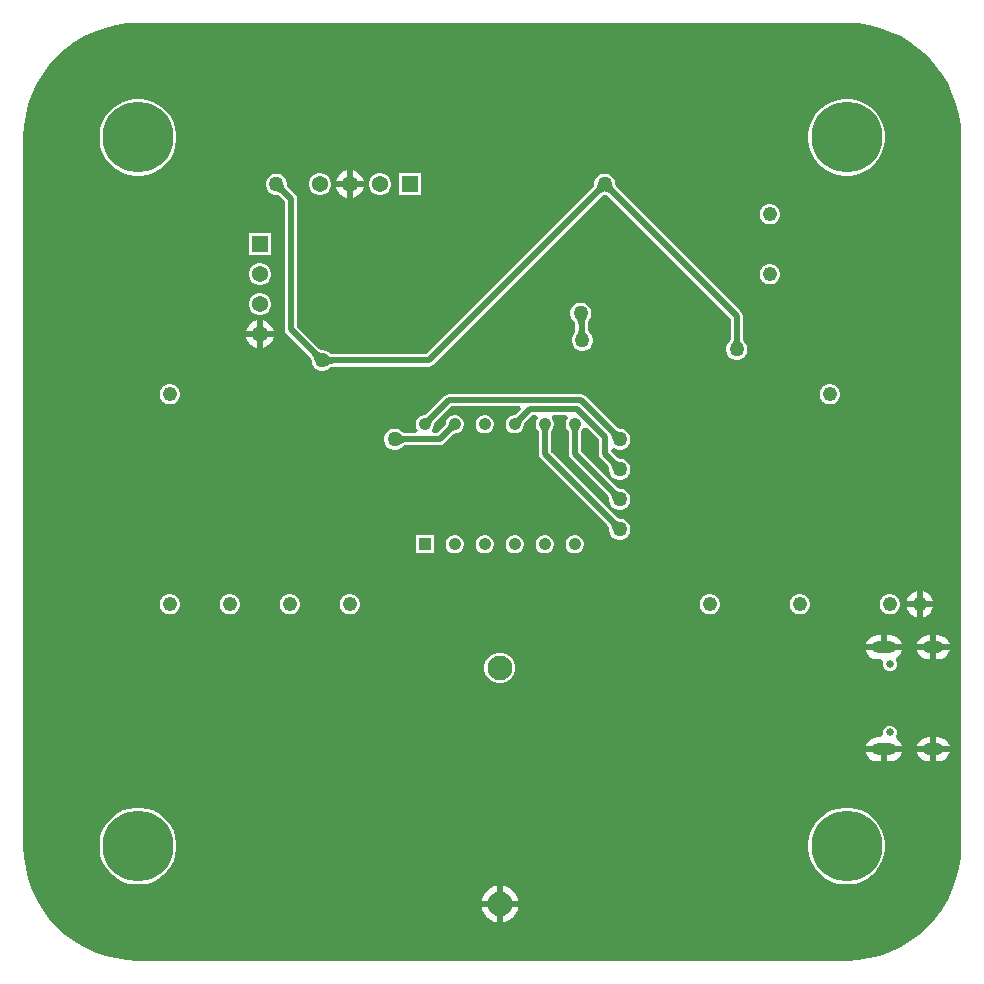
<source format=gbl>
G04*
G04 #@! TF.GenerationSoftware,Altium Limited,Altium Designer,25.3.3 (18)*
G04*
G04 Layer_Physical_Order=2*
G04 Layer_Color=16711680*
%FSLAX43Y43*%
%MOMM*%
G71*
G04*
G04 #@! TF.SameCoordinates,4CD547AF-F49B-4B8C-B07E-8A93D35C11E7*
G04*
G04*
G04 #@! TF.FilePolarity,Positive*
G04*
G01*
G75*
%ADD76C,0.508*%
%ADD82R,1.050X1.050*%
%ADD83C,1.050*%
%ADD84C,1.240*%
%ADD85C,0.650*%
%ADD86O,2.100X1.000*%
%ADD87O,1.800X1.000*%
%ADD88R,1.370X1.370*%
%ADD89C,1.370*%
%ADD90R,1.370X1.370*%
%ADD91C,2.100*%
%ADD92C,6.000*%
%ADD93C,1.270*%
G36*
X70950Y79648D02*
X71891Y79509D01*
X72814Y79278D01*
X73710Y78957D01*
X74570Y78550D01*
X75386Y78061D01*
X76150Y77494D01*
X76855Y76855D01*
X77494Y76150D01*
X78061Y75386D01*
X78550Y74570D01*
X78957Y73710D01*
X79278Y72814D01*
X79509Y71891D01*
X79648Y70950D01*
X79694Y70020D01*
X79690Y70000D01*
Y10000D01*
X79694Y9980D01*
X79648Y9050D01*
X79509Y8109D01*
X79278Y7186D01*
X78957Y6290D01*
X78550Y5430D01*
X78061Y4614D01*
X77494Y3850D01*
X76855Y3145D01*
X76150Y2506D01*
X75386Y1939D01*
X74570Y1450D01*
X73710Y1043D01*
X72814Y722D01*
X71891Y491D01*
X70950Y352D01*
X70020Y306D01*
X70000Y310D01*
X10000D01*
X9980Y306D01*
X9050Y352D01*
X8109Y491D01*
X7186Y722D01*
X6290Y1043D01*
X5430Y1450D01*
X4614Y1939D01*
X3850Y2506D01*
X3145Y3145D01*
X2506Y3850D01*
X1939Y4614D01*
X1450Y5430D01*
X1043Y6290D01*
X722Y7186D01*
X491Y8109D01*
X352Y9050D01*
X306Y9980D01*
X310Y10000D01*
Y70000D01*
X306Y70020D01*
X352Y70950D01*
X491Y71891D01*
X722Y72814D01*
X1043Y73710D01*
X1450Y74570D01*
X1939Y75386D01*
X2506Y76150D01*
X3145Y76855D01*
X3850Y77494D01*
X4614Y78061D01*
X5430Y78550D01*
X6290Y78957D01*
X7186Y79278D01*
X8109Y79509D01*
X9050Y79648D01*
X9980Y79694D01*
X10000Y79690D01*
X70000D01*
X70020Y79694D01*
X70950Y79648D01*
D02*
G37*
%LPC*%
G36*
X70256Y73254D02*
X69744D01*
X69238Y73174D01*
X68751Y73016D01*
X68295Y72783D01*
X67880Y72482D01*
X67518Y72120D01*
X67217Y71705D01*
X66984Y71249D01*
X66826Y70762D01*
X66746Y70256D01*
Y69744D01*
X66826Y69238D01*
X66984Y68751D01*
X67217Y68295D01*
X67518Y67880D01*
X67880Y67518D01*
X68295Y67217D01*
X68751Y66984D01*
X69238Y66826D01*
X69744Y66746D01*
X70256D01*
X70762Y66826D01*
X71249Y66984D01*
X71705Y67217D01*
X72120Y67518D01*
X72482Y67880D01*
X72783Y68295D01*
X73016Y68751D01*
X73174Y69238D01*
X73254Y69744D01*
Y70256D01*
X73174Y70762D01*
X73016Y71249D01*
X72783Y71705D01*
X72482Y72120D01*
X72120Y72482D01*
X71705Y72783D01*
X71249Y73016D01*
X70762Y73174D01*
X70256Y73254D01*
D02*
G37*
G36*
X10256D02*
X9744D01*
X9238Y73174D01*
X8751Y73016D01*
X8295Y72783D01*
X7880Y72482D01*
X7518Y72120D01*
X7217Y71705D01*
X6984Y71249D01*
X6826Y70762D01*
X6746Y70256D01*
Y69744D01*
X6826Y69238D01*
X6984Y68751D01*
X7217Y68295D01*
X7518Y67880D01*
X7880Y67518D01*
X8295Y67217D01*
X8751Y66984D01*
X9238Y66826D01*
X9744Y66746D01*
X10256D01*
X10762Y66826D01*
X11249Y66984D01*
X11705Y67217D01*
X12120Y67518D01*
X12482Y67880D01*
X12783Y68295D01*
X13016Y68751D01*
X13174Y69238D01*
X13254Y69744D01*
Y70256D01*
X13174Y70762D01*
X13016Y71249D01*
X12783Y71705D01*
X12482Y72120D01*
X12120Y72482D01*
X11705Y72783D01*
X11249Y73016D01*
X10762Y73174D01*
X10256Y73254D01*
D02*
G37*
G36*
X28194Y67207D02*
Y66294D01*
X29107D01*
X29052Y66500D01*
X28895Y66773D01*
X28673Y66995D01*
X28400Y67152D01*
X28194Y67207D01*
D02*
G37*
G36*
X27686D02*
X27480Y67152D01*
X27207Y66995D01*
X26985Y66773D01*
X26828Y66500D01*
X26773Y66294D01*
X27686D01*
Y67207D01*
D02*
G37*
G36*
X33959Y66979D02*
X32081D01*
Y65101D01*
X33959D01*
Y66979D01*
D02*
G37*
G36*
X30604D02*
X30356D01*
X30118Y66915D01*
X29903Y66791D01*
X29729Y66617D01*
X29605Y66402D01*
X29541Y66164D01*
Y65916D01*
X29605Y65678D01*
X29729Y65463D01*
X29903Y65289D01*
X30118Y65165D01*
X30356Y65101D01*
X30604D01*
X30842Y65165D01*
X31057Y65289D01*
X31231Y65463D01*
X31355Y65678D01*
X31419Y65916D01*
Y66164D01*
X31355Y66402D01*
X31231Y66617D01*
X31057Y66791D01*
X30842Y66915D01*
X30604Y66979D01*
D02*
G37*
G36*
X25524D02*
X25276D01*
X25038Y66915D01*
X24823Y66791D01*
X24649Y66617D01*
X24525Y66402D01*
X24461Y66164D01*
Y65916D01*
X24525Y65678D01*
X24649Y65463D01*
X24823Y65289D01*
X25038Y65165D01*
X25276Y65101D01*
X25524D01*
X25762Y65165D01*
X25977Y65289D01*
X26151Y65463D01*
X26275Y65678D01*
X26339Y65916D01*
Y66164D01*
X26275Y66402D01*
X26151Y66617D01*
X25977Y66791D01*
X25762Y66915D01*
X25524Y66979D01*
D02*
G37*
G36*
X29107Y65786D02*
X28194D01*
Y64873D01*
X28400Y64928D01*
X28673Y65085D01*
X28895Y65307D01*
X29052Y65580D01*
X29107Y65786D01*
D02*
G37*
G36*
X27686D02*
X26773D01*
X26828Y65580D01*
X26985Y65307D01*
X27207Y65085D01*
X27480Y64928D01*
X27686Y64873D01*
Y65786D01*
D02*
G37*
G36*
X63615Y64374D02*
X63385D01*
X63163Y64314D01*
X62963Y64199D01*
X62801Y64037D01*
X62686Y63837D01*
X62626Y63615D01*
Y63385D01*
X62686Y63163D01*
X62801Y62963D01*
X62963Y62801D01*
X63163Y62686D01*
X63385Y62626D01*
X63615D01*
X63837Y62686D01*
X64037Y62801D01*
X64199Y62963D01*
X64314Y63163D01*
X64374Y63385D01*
Y63615D01*
X64314Y63837D01*
X64199Y64037D01*
X64037Y64199D01*
X63837Y64314D01*
X63615Y64374D01*
D02*
G37*
G36*
X21259Y61899D02*
X19381D01*
Y60021D01*
X21259D01*
Y61899D01*
D02*
G37*
G36*
X63615Y59294D02*
X63385D01*
X63163Y59234D01*
X62963Y59119D01*
X62801Y58957D01*
X62686Y58757D01*
X62626Y58535D01*
Y58305D01*
X62686Y58083D01*
X62801Y57883D01*
X62963Y57721D01*
X63163Y57606D01*
X63385Y57546D01*
X63615D01*
X63837Y57606D01*
X64037Y57721D01*
X64199Y57883D01*
X64314Y58083D01*
X64374Y58305D01*
Y58535D01*
X64314Y58757D01*
X64199Y58957D01*
X64037Y59119D01*
X63837Y59234D01*
X63615Y59294D01*
D02*
G37*
G36*
X20444Y59359D02*
X20196D01*
X19958Y59295D01*
X19743Y59171D01*
X19569Y58997D01*
X19445Y58782D01*
X19381Y58544D01*
Y58296D01*
X19445Y58058D01*
X19569Y57843D01*
X19743Y57669D01*
X19958Y57545D01*
X20196Y57481D01*
X20444D01*
X20682Y57545D01*
X20897Y57669D01*
X21071Y57843D01*
X21195Y58058D01*
X21259Y58296D01*
Y58544D01*
X21195Y58782D01*
X21071Y58997D01*
X20897Y59171D01*
X20682Y59295D01*
X20444Y59359D01*
D02*
G37*
G36*
Y56819D02*
X20196D01*
X19958Y56755D01*
X19743Y56631D01*
X19569Y56457D01*
X19445Y56242D01*
X19381Y56004D01*
Y55756D01*
X19445Y55518D01*
X19569Y55303D01*
X19743Y55129D01*
X19958Y55005D01*
X20196Y54941D01*
X20444D01*
X20682Y55005D01*
X20897Y55129D01*
X21071Y55303D01*
X21195Y55518D01*
X21259Y55756D01*
Y56004D01*
X21195Y56242D01*
X21071Y56457D01*
X20897Y56631D01*
X20682Y56755D01*
X20444Y56819D01*
D02*
G37*
G36*
X20574Y54507D02*
Y53594D01*
X21487D01*
X21432Y53800D01*
X21275Y54073D01*
X21053Y54295D01*
X20780Y54452D01*
X20574Y54507D01*
D02*
G37*
G36*
X20066D02*
X19860Y54452D01*
X19587Y54295D01*
X19365Y54073D01*
X19208Y53800D01*
X19153Y53594D01*
X20066D01*
Y54507D01*
D02*
G37*
G36*
X21487Y53086D02*
X20574D01*
Y52173D01*
X20780Y52228D01*
X21053Y52385D01*
X21275Y52607D01*
X21432Y52880D01*
X21487Y53086D01*
D02*
G37*
G36*
X20066D02*
X19153D01*
X19208Y52880D01*
X19365Y52607D01*
X19587Y52385D01*
X19860Y52228D01*
X20066Y52173D01*
Y53086D01*
D02*
G37*
G36*
X47615Y56007D02*
X47381D01*
X47155Y55946D01*
X46952Y55829D01*
X46787Y55664D01*
X46670Y55461D01*
X46609Y55235D01*
Y55001D01*
X46670Y54775D01*
X46787Y54572D01*
X46927Y54432D01*
X46930Y54428D01*
X46937Y54421D01*
X46952Y54407D01*
X46958Y54403D01*
X46959Y54402D01*
X46976Y54383D01*
X46992Y54363D01*
X47005Y54341D01*
X47017Y54316D01*
X47027Y54288D01*
X47036Y54256D01*
X47043Y54219D01*
X47044Y54210D01*
Y53672D01*
X47043Y53669D01*
X47037Y53627D01*
X47029Y53588D01*
X47019Y53552D01*
X47006Y53518D01*
X46992Y53487D01*
X46976Y53458D01*
X46958Y53431D01*
X46932Y53397D01*
X46932Y53396D01*
X46914Y53378D01*
X46797Y53175D01*
X46736Y52949D01*
Y52715D01*
X46797Y52489D01*
X46914Y52286D01*
X47079Y52121D01*
X47282Y52004D01*
X47508Y51943D01*
X47742D01*
X47968Y52004D01*
X48171Y52121D01*
X48336Y52286D01*
X48453Y52489D01*
X48514Y52715D01*
Y52949D01*
X48453Y53175D01*
X48336Y53378D01*
X48196Y53518D01*
X48193Y53522D01*
X48186Y53529D01*
X48171Y53543D01*
X48165Y53547D01*
X48164Y53548D01*
X48147Y53567D01*
X48131Y53587D01*
X48118Y53609D01*
X48106Y53634D01*
X48096Y53662D01*
X48087Y53694D01*
X48080Y53731D01*
X48079Y53740D01*
Y54278D01*
X48080Y54281D01*
X48086Y54323D01*
X48094Y54362D01*
X48104Y54398D01*
X48117Y54432D01*
X48131Y54463D01*
X48147Y54492D01*
X48165Y54519D01*
X48191Y54553D01*
X48191Y54554D01*
X48209Y54572D01*
X48326Y54775D01*
X48387Y55001D01*
Y55235D01*
X48326Y55461D01*
X48209Y55664D01*
X48044Y55829D01*
X47841Y55946D01*
X47615Y56007D01*
D02*
G37*
G36*
X49652Y66929D02*
X49418D01*
X49192Y66868D01*
X48989Y66751D01*
X48824Y66586D01*
X48707Y66383D01*
X48646Y66157D01*
Y66063D01*
X48641Y66042D01*
X48640Y66001D01*
X48636Y65971D01*
X48630Y65943D01*
X48621Y65913D01*
X48609Y65884D01*
X48594Y65854D01*
X48575Y65822D01*
X48551Y65790D01*
X48547Y65784D01*
X34398Y51636D01*
X26470D01*
X26463Y51637D01*
X26423Y51643D01*
X26387Y51652D01*
X26355Y51662D01*
X26326Y51675D01*
X26299Y51689D01*
X26274Y51705D01*
X26251Y51723D01*
X26220Y51752D01*
X26202Y51763D01*
X26136Y51829D01*
X25933Y51946D01*
X25707Y52007D01*
X25613D01*
X25592Y52012D01*
X25551Y52013D01*
X25521Y52017D01*
X25493Y52023D01*
X25463Y52032D01*
X25434Y52044D01*
X25404Y52059D01*
X25372Y52078D01*
X25340Y52102D01*
X25334Y52106D01*
X23467Y53974D01*
Y64808D01*
X23467Y64808D01*
X23427Y65006D01*
X23315Y65174D01*
X22705Y65784D01*
X22701Y65790D01*
X22677Y65822D01*
X22658Y65854D01*
X22643Y65884D01*
X22631Y65913D01*
X22622Y65943D01*
X22616Y65971D01*
X22612Y66001D01*
X22611Y66042D01*
X22606Y66063D01*
Y66157D01*
X22545Y66383D01*
X22428Y66586D01*
X22263Y66751D01*
X22060Y66868D01*
X21834Y66929D01*
X21600D01*
X21374Y66868D01*
X21171Y66751D01*
X21006Y66586D01*
X20889Y66383D01*
X20828Y66157D01*
Y65923D01*
X20889Y65697D01*
X21006Y65494D01*
X21171Y65329D01*
X21374Y65212D01*
X21600Y65151D01*
X21694D01*
X21715Y65146D01*
X21756Y65145D01*
X21786Y65141D01*
X21814Y65135D01*
X21844Y65126D01*
X21873Y65114D01*
X21903Y65099D01*
X21935Y65080D01*
X21967Y65056D01*
X21973Y65052D01*
X22431Y64594D01*
Y53759D01*
X22470Y53561D01*
X22583Y53393D01*
X24602Y51374D01*
X24606Y51368D01*
X24630Y51336D01*
X24649Y51304D01*
X24664Y51274D01*
X24676Y51245D01*
X24685Y51215D01*
X24691Y51187D01*
X24695Y51157D01*
X24696Y51116D01*
X24701Y51095D01*
Y51001D01*
X24762Y50775D01*
X24879Y50572D01*
X25044Y50407D01*
X25247Y50290D01*
X25473Y50229D01*
X25707D01*
X25933Y50290D01*
X26136Y50407D01*
X26202Y50473D01*
X26220Y50484D01*
X26251Y50513D01*
X26274Y50531D01*
X26299Y50547D01*
X26326Y50561D01*
X26355Y50574D01*
X26387Y50584D01*
X26423Y50593D01*
X26463Y50599D01*
X26470Y50600D01*
X34613D01*
X34811Y50639D01*
X34979Y50752D01*
X49279Y65052D01*
X49285Y65056D01*
X49317Y65080D01*
X49349Y65099D01*
X49379Y65114D01*
X49408Y65126D01*
X49438Y65135D01*
X49466Y65141D01*
X49496Y65145D01*
X49535Y65146D01*
X49574Y65145D01*
X49604Y65141D01*
X49632Y65135D01*
X49662Y65126D01*
X49691Y65114D01*
X49721Y65099D01*
X49753Y65080D01*
X49785Y65056D01*
X49791Y65052D01*
X60188Y54654D01*
Y52950D01*
X60187Y52943D01*
X60181Y52903D01*
X60172Y52867D01*
X60162Y52835D01*
X60149Y52806D01*
X60135Y52779D01*
X60119Y52754D01*
X60101Y52731D01*
X60072Y52700D01*
X60061Y52682D01*
X59995Y52616D01*
X59878Y52413D01*
X59817Y52187D01*
Y51953D01*
X59878Y51727D01*
X59995Y51524D01*
X60160Y51359D01*
X60363Y51242D01*
X60589Y51181D01*
X60823D01*
X61049Y51242D01*
X61252Y51359D01*
X61417Y51524D01*
X61534Y51727D01*
X61595Y51953D01*
Y52187D01*
X61534Y52413D01*
X61417Y52616D01*
X61351Y52682D01*
X61340Y52700D01*
X61311Y52731D01*
X61293Y52754D01*
X61277Y52779D01*
X61263Y52806D01*
X61250Y52835D01*
X61240Y52867D01*
X61231Y52903D01*
X61225Y52943D01*
X61224Y52950D01*
Y54869D01*
X61224Y54869D01*
X61185Y55067D01*
X61072Y55235D01*
X50523Y65784D01*
X50519Y65790D01*
X50495Y65822D01*
X50476Y65854D01*
X50461Y65884D01*
X50449Y65913D01*
X50440Y65943D01*
X50434Y65971D01*
X50430Y66001D01*
X50429Y66042D01*
X50424Y66063D01*
Y66157D01*
X50363Y66383D01*
X50246Y66586D01*
X50081Y66751D01*
X49878Y66868D01*
X49652Y66929D01*
D02*
G37*
G36*
X68695Y49134D02*
X68465D01*
X68243Y49074D01*
X68043Y48959D01*
X67881Y48797D01*
X67766Y48597D01*
X67706Y48375D01*
Y48145D01*
X67766Y47923D01*
X67881Y47723D01*
X68043Y47561D01*
X68243Y47446D01*
X68465Y47386D01*
X68695D01*
X68917Y47446D01*
X69117Y47561D01*
X69279Y47723D01*
X69394Y47923D01*
X69454Y48145D01*
Y48375D01*
X69394Y48597D01*
X69279Y48797D01*
X69117Y48959D01*
X68917Y49074D01*
X68695Y49134D01*
D02*
G37*
G36*
X12815D02*
X12585D01*
X12363Y49074D01*
X12163Y48959D01*
X12001Y48797D01*
X11886Y48597D01*
X11826Y48375D01*
Y48145D01*
X11886Y47923D01*
X12001Y47723D01*
X12163Y47561D01*
X12363Y47446D01*
X12585Y47386D01*
X12815D01*
X13037Y47446D01*
X13237Y47561D01*
X13399Y47723D01*
X13514Y47923D01*
X13574Y48145D01*
Y48375D01*
X13514Y48597D01*
X13399Y48797D01*
X13237Y48959D01*
X13037Y49074D01*
X12815Y49134D01*
D02*
G37*
G36*
X39473Y46499D02*
X39267D01*
X39069Y46446D01*
X38892Y46343D01*
X38747Y46198D01*
X38644Y46021D01*
X38591Y45823D01*
Y45617D01*
X38644Y45419D01*
X38747Y45242D01*
X38892Y45097D01*
X39069Y44994D01*
X39267Y44941D01*
X39473D01*
X39671Y44994D01*
X39848Y45097D01*
X39993Y45242D01*
X40096Y45419D01*
X40149Y45617D01*
Y45823D01*
X40096Y46021D01*
X39993Y46198D01*
X39848Y46343D01*
X39671Y46446D01*
X39473Y46499D01*
D02*
G37*
G36*
X47498Y48270D02*
X36322D01*
X36124Y48231D01*
X35956Y48118D01*
X34403Y46565D01*
X34385Y46551D01*
X34360Y46534D01*
X34340Y46521D01*
X34322Y46513D01*
X34310Y46507D01*
X34302Y46505D01*
X34298Y46504D01*
X34281Y46504D01*
X34263Y46499D01*
X34187D01*
X33989Y46446D01*
X33812Y46343D01*
X33667Y46198D01*
X33564Y46021D01*
X33511Y45823D01*
Y45617D01*
X33564Y45419D01*
X33667Y45242D01*
X33686Y45222D01*
X33581Y44968D01*
X32630D01*
X32623Y44969D01*
X32583Y44975D01*
X32547Y44984D01*
X32515Y44994D01*
X32486Y45007D01*
X32459Y45021D01*
X32434Y45037D01*
X32411Y45055D01*
X32380Y45084D01*
X32362Y45095D01*
X32296Y45161D01*
X32093Y45278D01*
X31867Y45339D01*
X31633D01*
X31407Y45278D01*
X31204Y45161D01*
X31039Y44996D01*
X30922Y44793D01*
X30861Y44567D01*
Y44333D01*
X30922Y44107D01*
X31039Y43904D01*
X31204Y43739D01*
X31407Y43622D01*
X31633Y43561D01*
X31867D01*
X32093Y43622D01*
X32296Y43739D01*
X32362Y43805D01*
X32380Y43816D01*
X32411Y43845D01*
X32434Y43863D01*
X32459Y43879D01*
X32486Y43893D01*
X32515Y43906D01*
X32547Y43916D01*
X32583Y43925D01*
X32623Y43931D01*
X32630Y43932D01*
X35560D01*
X35758Y43971D01*
X35926Y44084D01*
X36717Y44875D01*
X36735Y44889D01*
X36760Y44906D01*
X36780Y44919D01*
X36798Y44927D01*
X36810Y44932D01*
X36818Y44935D01*
X36822Y44936D01*
X36839Y44936D01*
X36857Y44941D01*
X36933D01*
X37131Y44994D01*
X37308Y45097D01*
X37453Y45242D01*
X37556Y45419D01*
X37609Y45617D01*
Y45823D01*
X37556Y46021D01*
X37453Y46198D01*
X37308Y46343D01*
X37131Y46446D01*
X36933Y46499D01*
X36727D01*
X36529Y46446D01*
X36352Y46343D01*
X36207Y46198D01*
X36104Y46021D01*
X36051Y45823D01*
Y45747D01*
X36046Y45729D01*
X36046Y45712D01*
X36045Y45708D01*
X36042Y45700D01*
X36037Y45688D01*
X36029Y45671D01*
X36016Y45650D01*
X36001Y45628D01*
X35978Y45600D01*
X35345Y44968D01*
X34999D01*
X34894Y45222D01*
X34913Y45242D01*
X35016Y45419D01*
X35069Y45617D01*
Y45693D01*
X35074Y45711D01*
X35074Y45728D01*
X35075Y45732D01*
X35077Y45740D01*
X35083Y45752D01*
X35091Y45770D01*
X35104Y45790D01*
X35119Y45812D01*
X35142Y45840D01*
X36537Y47234D01*
X42360D01*
X42457Y46999D01*
X42023Y46565D01*
X42005Y46551D01*
X41980Y46534D01*
X41959Y46521D01*
X41942Y46513D01*
X41930Y46507D01*
X41922Y46505D01*
X41918Y46504D01*
X41901Y46504D01*
X41883Y46499D01*
X41807D01*
X41609Y46446D01*
X41432Y46343D01*
X41287Y46198D01*
X41184Y46021D01*
X41131Y45823D01*
Y45617D01*
X41184Y45419D01*
X41287Y45242D01*
X41432Y45097D01*
X41609Y44994D01*
X41807Y44941D01*
X42013D01*
X42211Y44994D01*
X42388Y45097D01*
X42533Y45242D01*
X42636Y45419D01*
X42689Y45617D01*
Y45693D01*
X42694Y45711D01*
X42694Y45728D01*
X42695Y45732D01*
X42697Y45740D01*
X42703Y45752D01*
X42711Y45770D01*
X42724Y45790D01*
X42739Y45812D01*
X42762Y45840D01*
X43395Y46472D01*
X43741D01*
X43846Y46218D01*
X43827Y46198D01*
X43724Y46021D01*
X43671Y45823D01*
Y45617D01*
X43724Y45419D01*
X43827Y45242D01*
X43880Y45188D01*
X43890Y45172D01*
X43901Y45160D01*
X43903Y45157D01*
X43907Y45149D01*
X43912Y45137D01*
X43918Y45118D01*
X43924Y45095D01*
X43929Y45069D01*
X43932Y45033D01*
Y43180D01*
X43971Y42982D01*
X44084Y42814D01*
X49812Y37086D01*
X49816Y37080D01*
X49840Y37048D01*
X49859Y37016D01*
X49874Y36986D01*
X49886Y36957D01*
X49895Y36927D01*
X49901Y36899D01*
X49905Y36869D01*
X49906Y36828D01*
X49911Y36807D01*
Y36713D01*
X49972Y36487D01*
X50089Y36284D01*
X50254Y36119D01*
X50457Y36002D01*
X50683Y35941D01*
X50917D01*
X51143Y36002D01*
X51346Y36119D01*
X51511Y36284D01*
X51628Y36487D01*
X51689Y36713D01*
Y36947D01*
X51628Y37173D01*
X51511Y37376D01*
X51346Y37541D01*
X51143Y37658D01*
X50917Y37719D01*
X50823D01*
X50802Y37724D01*
X50761Y37725D01*
X50731Y37729D01*
X50703Y37735D01*
X50673Y37744D01*
X50644Y37756D01*
X50614Y37771D01*
X50582Y37790D01*
X50550Y37814D01*
X50544Y37818D01*
X44968Y43395D01*
Y45043D01*
X44971Y45065D01*
X44976Y45095D01*
X44982Y45118D01*
X44988Y45137D01*
X44993Y45149D01*
X44997Y45157D01*
X44999Y45160D01*
X45010Y45172D01*
X45020Y45188D01*
X45073Y45242D01*
X45176Y45419D01*
X45229Y45617D01*
Y45823D01*
X45176Y46021D01*
X45073Y46198D01*
X45054Y46218D01*
X45159Y46472D01*
X46281D01*
X46386Y46218D01*
X46367Y46198D01*
X46264Y46021D01*
X46211Y45823D01*
Y45617D01*
X46264Y45419D01*
X46367Y45242D01*
X46420Y45188D01*
X46430Y45172D01*
X46441Y45160D01*
X46443Y45157D01*
X46447Y45149D01*
X46452Y45137D01*
X46458Y45118D01*
X46464Y45095D01*
X46469Y45069D01*
X46472Y45033D01*
Y43180D01*
X46511Y42982D01*
X46624Y42814D01*
X49812Y39626D01*
X49816Y39620D01*
X49840Y39588D01*
X49859Y39556D01*
X49874Y39526D01*
X49886Y39497D01*
X49895Y39467D01*
X49901Y39439D01*
X49905Y39409D01*
X49906Y39368D01*
X49911Y39347D01*
Y39253D01*
X49972Y39027D01*
X50089Y38824D01*
X50254Y38659D01*
X50457Y38542D01*
X50683Y38481D01*
X50917D01*
X51143Y38542D01*
X51346Y38659D01*
X51511Y38824D01*
X51628Y39027D01*
X51689Y39253D01*
Y39487D01*
X51628Y39713D01*
X51511Y39916D01*
X51346Y40081D01*
X51143Y40198D01*
X50917Y40259D01*
X50823D01*
X50802Y40264D01*
X50761Y40265D01*
X50731Y40269D01*
X50703Y40275D01*
X50673Y40284D01*
X50644Y40296D01*
X50614Y40311D01*
X50582Y40330D01*
X50550Y40354D01*
X50544Y40358D01*
X47508Y43395D01*
Y45043D01*
X47511Y45065D01*
X47516Y45095D01*
X47522Y45118D01*
X47528Y45137D01*
X47533Y45149D01*
X47537Y45157D01*
X47539Y45160D01*
X47550Y45172D01*
X47560Y45188D01*
X47613Y45242D01*
X47696Y45385D01*
X47832Y45433D01*
X47988Y45452D01*
X49012Y44428D01*
Y43180D01*
X49051Y42982D01*
X49164Y42814D01*
X49812Y42166D01*
X49816Y42160D01*
X49840Y42128D01*
X49859Y42096D01*
X49874Y42066D01*
X49886Y42037D01*
X49895Y42008D01*
X49901Y41979D01*
X49905Y41949D01*
X49906Y41908D01*
X49911Y41887D01*
Y41793D01*
X49972Y41567D01*
X50089Y41364D01*
X50254Y41199D01*
X50457Y41082D01*
X50683Y41021D01*
X50917D01*
X51143Y41082D01*
X51346Y41199D01*
X51511Y41364D01*
X51628Y41567D01*
X51689Y41793D01*
Y42027D01*
X51628Y42253D01*
X51511Y42456D01*
X51346Y42621D01*
X51143Y42738D01*
X50917Y42799D01*
X50823D01*
X50802Y42804D01*
X50761Y42805D01*
X50731Y42809D01*
X50703Y42815D01*
X50673Y42824D01*
X50644Y42836D01*
X50614Y42851D01*
X50582Y42870D01*
X50550Y42894D01*
X50544Y42898D01*
X50089Y43354D01*
X50100Y43588D01*
X50326Y43697D01*
X50457Y43622D01*
X50683Y43561D01*
X50917D01*
X51143Y43622D01*
X51346Y43739D01*
X51511Y43904D01*
X51628Y44107D01*
X51689Y44333D01*
Y44567D01*
X51628Y44793D01*
X51511Y44996D01*
X51346Y45161D01*
X51143Y45278D01*
X50917Y45339D01*
X50823D01*
X50802Y45344D01*
X50761Y45345D01*
X50731Y45349D01*
X50703Y45355D01*
X50673Y45364D01*
X50644Y45376D01*
X50614Y45391D01*
X50582Y45410D01*
X50550Y45434D01*
X50544Y45438D01*
X47864Y48118D01*
X47696Y48231D01*
X47498Y48270D01*
D02*
G37*
G36*
X47093Y36339D02*
X46887D01*
X46689Y36286D01*
X46512Y36183D01*
X46367Y36038D01*
X46264Y35861D01*
X46211Y35663D01*
Y35457D01*
X46264Y35259D01*
X46367Y35082D01*
X46512Y34937D01*
X46689Y34834D01*
X46887Y34781D01*
X47093D01*
X47291Y34834D01*
X47468Y34937D01*
X47613Y35082D01*
X47716Y35259D01*
X47769Y35457D01*
Y35663D01*
X47716Y35861D01*
X47613Y36038D01*
X47468Y36183D01*
X47291Y36286D01*
X47093Y36339D01*
D02*
G37*
G36*
X44553D02*
X44347D01*
X44149Y36286D01*
X43972Y36183D01*
X43827Y36038D01*
X43724Y35861D01*
X43671Y35663D01*
Y35457D01*
X43724Y35259D01*
X43827Y35082D01*
X43972Y34937D01*
X44149Y34834D01*
X44347Y34781D01*
X44553D01*
X44751Y34834D01*
X44928Y34937D01*
X45073Y35082D01*
X45176Y35259D01*
X45229Y35457D01*
Y35663D01*
X45176Y35861D01*
X45073Y36038D01*
X44928Y36183D01*
X44751Y36286D01*
X44553Y36339D01*
D02*
G37*
G36*
X42013D02*
X41807D01*
X41609Y36286D01*
X41432Y36183D01*
X41287Y36038D01*
X41184Y35861D01*
X41131Y35663D01*
Y35457D01*
X41184Y35259D01*
X41287Y35082D01*
X41432Y34937D01*
X41609Y34834D01*
X41807Y34781D01*
X42013D01*
X42211Y34834D01*
X42388Y34937D01*
X42533Y35082D01*
X42636Y35259D01*
X42689Y35457D01*
Y35663D01*
X42636Y35861D01*
X42533Y36038D01*
X42388Y36183D01*
X42211Y36286D01*
X42013Y36339D01*
D02*
G37*
G36*
X39473D02*
X39267D01*
X39069Y36286D01*
X38892Y36183D01*
X38747Y36038D01*
X38644Y35861D01*
X38591Y35663D01*
Y35457D01*
X38644Y35259D01*
X38747Y35082D01*
X38892Y34937D01*
X39069Y34834D01*
X39267Y34781D01*
X39473D01*
X39671Y34834D01*
X39848Y34937D01*
X39993Y35082D01*
X40096Y35259D01*
X40149Y35457D01*
Y35663D01*
X40096Y35861D01*
X39993Y36038D01*
X39848Y36183D01*
X39671Y36286D01*
X39473Y36339D01*
D02*
G37*
G36*
X36933D02*
X36727D01*
X36529Y36286D01*
X36352Y36183D01*
X36207Y36038D01*
X36104Y35861D01*
X36051Y35663D01*
Y35457D01*
X36104Y35259D01*
X36207Y35082D01*
X36352Y34937D01*
X36529Y34834D01*
X36727Y34781D01*
X36933D01*
X37131Y34834D01*
X37308Y34937D01*
X37453Y35082D01*
X37556Y35259D01*
X37609Y35457D01*
Y35663D01*
X37556Y35861D01*
X37453Y36038D01*
X37308Y36183D01*
X37131Y36286D01*
X36933Y36339D01*
D02*
G37*
G36*
X35069D02*
X33511D01*
Y34781D01*
X35069D01*
Y36339D01*
D02*
G37*
G36*
X76454Y31580D02*
Y30734D01*
X77300D01*
X77251Y30915D01*
X77103Y31173D01*
X76893Y31383D01*
X76635Y31531D01*
X76454Y31580D01*
D02*
G37*
G36*
X75946D02*
X75765Y31531D01*
X75507Y31383D01*
X75297Y31173D01*
X75149Y30915D01*
X75100Y30734D01*
X75946D01*
Y31580D01*
D02*
G37*
G36*
X73775Y31354D02*
X73545D01*
X73323Y31294D01*
X73123Y31179D01*
X72961Y31017D01*
X72846Y30817D01*
X72786Y30595D01*
Y30365D01*
X72846Y30143D01*
X72961Y29943D01*
X73123Y29781D01*
X73323Y29666D01*
X73545Y29606D01*
X73775D01*
X73997Y29666D01*
X74197Y29781D01*
X74359Y29943D01*
X74474Y30143D01*
X74534Y30365D01*
Y30595D01*
X74474Y30817D01*
X74359Y31017D01*
X74197Y31179D01*
X73997Y31294D01*
X73775Y31354D01*
D02*
G37*
G36*
X66155D02*
X65925D01*
X65703Y31294D01*
X65503Y31179D01*
X65341Y31017D01*
X65226Y30817D01*
X65166Y30595D01*
Y30365D01*
X65226Y30143D01*
X65341Y29943D01*
X65503Y29781D01*
X65703Y29666D01*
X65925Y29606D01*
X66155D01*
X66377Y29666D01*
X66577Y29781D01*
X66739Y29943D01*
X66854Y30143D01*
X66914Y30365D01*
Y30595D01*
X66854Y30817D01*
X66739Y31017D01*
X66577Y31179D01*
X66377Y31294D01*
X66155Y31354D01*
D02*
G37*
G36*
X58535D02*
X58305D01*
X58083Y31294D01*
X57883Y31179D01*
X57721Y31017D01*
X57606Y30817D01*
X57546Y30595D01*
Y30365D01*
X57606Y30143D01*
X57721Y29943D01*
X57883Y29781D01*
X58083Y29666D01*
X58305Y29606D01*
X58535D01*
X58757Y29666D01*
X58957Y29781D01*
X59119Y29943D01*
X59234Y30143D01*
X59294Y30365D01*
Y30595D01*
X59234Y30817D01*
X59119Y31017D01*
X58957Y31179D01*
X58757Y31294D01*
X58535Y31354D01*
D02*
G37*
G36*
X28055D02*
X27825D01*
X27603Y31294D01*
X27403Y31179D01*
X27241Y31017D01*
X27126Y30817D01*
X27066Y30595D01*
Y30365D01*
X27126Y30143D01*
X27241Y29943D01*
X27403Y29781D01*
X27603Y29666D01*
X27825Y29606D01*
X28055D01*
X28277Y29666D01*
X28477Y29781D01*
X28639Y29943D01*
X28754Y30143D01*
X28814Y30365D01*
Y30595D01*
X28754Y30817D01*
X28639Y31017D01*
X28477Y31179D01*
X28277Y31294D01*
X28055Y31354D01*
D02*
G37*
G36*
X22975D02*
X22745D01*
X22523Y31294D01*
X22323Y31179D01*
X22161Y31017D01*
X22046Y30817D01*
X21986Y30595D01*
Y30365D01*
X22046Y30143D01*
X22161Y29943D01*
X22323Y29781D01*
X22523Y29666D01*
X22745Y29606D01*
X22975D01*
X23197Y29666D01*
X23397Y29781D01*
X23559Y29943D01*
X23674Y30143D01*
X23734Y30365D01*
Y30595D01*
X23674Y30817D01*
X23559Y31017D01*
X23397Y31179D01*
X23197Y31294D01*
X22975Y31354D01*
D02*
G37*
G36*
X17895D02*
X17665D01*
X17443Y31294D01*
X17243Y31179D01*
X17081Y31017D01*
X16966Y30817D01*
X16906Y30595D01*
Y30365D01*
X16966Y30143D01*
X17081Y29943D01*
X17243Y29781D01*
X17443Y29666D01*
X17665Y29606D01*
X17895D01*
X18117Y29666D01*
X18317Y29781D01*
X18479Y29943D01*
X18594Y30143D01*
X18654Y30365D01*
Y30595D01*
X18594Y30817D01*
X18479Y31017D01*
X18317Y31179D01*
X18117Y31294D01*
X17895Y31354D01*
D02*
G37*
G36*
X12815D02*
X12585D01*
X12363Y31294D01*
X12163Y31179D01*
X12001Y31017D01*
X11886Y30817D01*
X11826Y30595D01*
Y30365D01*
X11886Y30143D01*
X12001Y29943D01*
X12163Y29781D01*
X12363Y29666D01*
X12585Y29606D01*
X12815D01*
X13037Y29666D01*
X13237Y29781D01*
X13399Y29943D01*
X13514Y30143D01*
X13574Y30365D01*
Y30595D01*
X13514Y30817D01*
X13399Y31017D01*
X13237Y31179D01*
X13037Y31294D01*
X12815Y31354D01*
D02*
G37*
G36*
X77300Y30226D02*
X76454D01*
Y29380D01*
X76635Y29429D01*
X76893Y29577D01*
X77103Y29787D01*
X77251Y30045D01*
X77300Y30226D01*
D02*
G37*
G36*
X75946D02*
X75100D01*
X75149Y30045D01*
X75297Y29787D01*
X75507Y29577D01*
X75765Y29429D01*
X75946Y29380D01*
Y30226D01*
D02*
G37*
G36*
X77740Y27847D02*
X77594D01*
Y27084D01*
X78723D01*
X78722Y27093D01*
X78620Y27338D01*
X78459Y27549D01*
X78248Y27710D01*
X78003Y27812D01*
X77740Y27847D01*
D02*
G37*
G36*
X73710D02*
X73414D01*
Y27084D01*
X74693D01*
X74692Y27093D01*
X74591Y27338D01*
X74429Y27549D01*
X74218Y27710D01*
X73973Y27812D01*
X73710Y27847D01*
D02*
G37*
G36*
X77086D02*
X76940D01*
X76677Y27812D01*
X76432Y27710D01*
X76221Y27549D01*
X76060Y27338D01*
X75958Y27093D01*
X75957Y27084D01*
X77086D01*
Y27847D01*
D02*
G37*
G36*
X72906D02*
X72610D01*
X72347Y27812D01*
X72102Y27710D01*
X71891Y27549D01*
X71730Y27338D01*
X71628Y27093D01*
X71627Y27084D01*
X72906D01*
Y27847D01*
D02*
G37*
G36*
X78723Y26576D02*
X77594D01*
Y25813D01*
X77740D01*
X78003Y25848D01*
X78248Y25949D01*
X78459Y26111D01*
X78620Y26322D01*
X78722Y26567D01*
X78723Y26576D01*
D02*
G37*
G36*
X77086D02*
X75957D01*
X75958Y26567D01*
X76060Y26322D01*
X76221Y26111D01*
X76432Y25949D01*
X76677Y25848D01*
X76940Y25813D01*
X77086D01*
Y26576D01*
D02*
G37*
G36*
X74693D02*
X73160D01*
X71627D01*
X71628Y26567D01*
X71730Y26322D01*
X71891Y26111D01*
X72102Y25949D01*
X72347Y25848D01*
X72610Y25813D01*
X72930D01*
X73099Y25559D01*
X73081Y25515D01*
Y25285D01*
X73169Y25072D01*
X73332Y24909D01*
X73545Y24821D01*
X73775D01*
X73988Y24909D01*
X74151Y25072D01*
X74239Y25285D01*
Y25515D01*
X74151Y25728D01*
X74258Y25980D01*
X74429Y26111D01*
X74591Y26322D01*
X74692Y26567D01*
X74693Y26576D01*
D02*
G37*
G36*
X40812Y26384D02*
X40468D01*
X40137Y26295D01*
X39839Y26123D01*
X39597Y25881D01*
X39425Y25583D01*
X39336Y25252D01*
Y24908D01*
X39425Y24577D01*
X39597Y24279D01*
X39839Y24037D01*
X40137Y23865D01*
X40468Y23776D01*
X40812D01*
X41143Y23865D01*
X41441Y24037D01*
X41683Y24279D01*
X41855Y24577D01*
X41944Y24908D01*
Y25252D01*
X41855Y25583D01*
X41683Y25881D01*
X41441Y26123D01*
X41143Y26295D01*
X40812Y26384D01*
D02*
G37*
G36*
X77740Y19207D02*
X77594D01*
Y18444D01*
X78723D01*
X78722Y18453D01*
X78620Y18698D01*
X78459Y18909D01*
X78248Y19070D01*
X78003Y19172D01*
X77740Y19207D01*
D02*
G37*
G36*
X77086D02*
X76940D01*
X76677Y19172D01*
X76432Y19070D01*
X76221Y18909D01*
X76060Y18698D01*
X75958Y18453D01*
X75957Y18444D01*
X77086D01*
Y19207D01*
D02*
G37*
G36*
X73775Y20199D02*
X73545D01*
X73332Y20111D01*
X73169Y19948D01*
X73081Y19735D01*
Y19505D01*
X73099Y19461D01*
X72930Y19207D01*
X72610D01*
X72347Y19172D01*
X72102Y19070D01*
X71891Y18909D01*
X71730Y18698D01*
X71628Y18453D01*
X71627Y18444D01*
X73160D01*
X74693D01*
X74692Y18453D01*
X74591Y18698D01*
X74429Y18909D01*
X74258Y19040D01*
X74151Y19292D01*
X74239Y19505D01*
Y19735D01*
X74151Y19948D01*
X73988Y20111D01*
X73775Y20199D01*
D02*
G37*
G36*
X78723Y17936D02*
X77594D01*
Y17173D01*
X77740D01*
X78003Y17208D01*
X78248Y17310D01*
X78459Y17471D01*
X78620Y17682D01*
X78722Y17927D01*
X78723Y17936D01*
D02*
G37*
G36*
X77086D02*
X75957D01*
X75958Y17927D01*
X76060Y17682D01*
X76221Y17471D01*
X76432Y17310D01*
X76677Y17208D01*
X76940Y17173D01*
X77086D01*
Y17936D01*
D02*
G37*
G36*
X74693D02*
X73414D01*
Y17173D01*
X73710D01*
X73973Y17208D01*
X74218Y17310D01*
X74429Y17471D01*
X74591Y17682D01*
X74692Y17927D01*
X74693Y17936D01*
D02*
G37*
G36*
X72906D02*
X71627D01*
X71628Y17927D01*
X71730Y17682D01*
X71891Y17471D01*
X72102Y17310D01*
X72347Y17208D01*
X72610Y17173D01*
X72906D01*
Y17936D01*
D02*
G37*
G36*
X70256Y13254D02*
X69744D01*
X69238Y13174D01*
X68751Y13016D01*
X68295Y12783D01*
X67880Y12482D01*
X67518Y12120D01*
X67217Y11705D01*
X66984Y11249D01*
X66826Y10762D01*
X66746Y10256D01*
Y9744D01*
X66826Y9238D01*
X66984Y8751D01*
X67217Y8295D01*
X67518Y7880D01*
X67880Y7518D01*
X68295Y7217D01*
X68751Y6984D01*
X69238Y6826D01*
X69744Y6746D01*
X70256D01*
X70762Y6826D01*
X71249Y6984D01*
X71705Y7217D01*
X72120Y7518D01*
X72482Y7880D01*
X72783Y8295D01*
X73016Y8751D01*
X73174Y9238D01*
X73254Y9744D01*
Y10256D01*
X73174Y10762D01*
X73016Y11249D01*
X72783Y11705D01*
X72482Y12120D01*
X72120Y12482D01*
X71705Y12783D01*
X71249Y13016D01*
X70762Y13174D01*
X70256Y13254D01*
D02*
G37*
G36*
X10256D02*
X9744D01*
X9238Y13174D01*
X8751Y13016D01*
X8295Y12783D01*
X7880Y12482D01*
X7518Y12120D01*
X7217Y11705D01*
X6984Y11249D01*
X6826Y10762D01*
X6746Y10256D01*
Y9744D01*
X6826Y9238D01*
X6984Y8751D01*
X7217Y8295D01*
X7518Y7880D01*
X7880Y7518D01*
X8295Y7217D01*
X8751Y6984D01*
X9238Y6826D01*
X9744Y6746D01*
X10256D01*
X10762Y6826D01*
X11249Y6984D01*
X11705Y7217D01*
X12120Y7518D01*
X12482Y7880D01*
X12783Y8295D01*
X13016Y8751D01*
X13174Y9238D01*
X13254Y9744D01*
Y10256D01*
X13174Y10762D01*
X13016Y11249D01*
X12783Y11705D01*
X12482Y12120D01*
X12120Y12482D01*
X11705Y12783D01*
X11249Y13016D01*
X10762Y13174D01*
X10256Y13254D01*
D02*
G37*
G36*
X40894Y6618D02*
Y5334D01*
X42178D01*
X42138Y5534D01*
X42021Y5818D01*
X41850Y6073D01*
X41633Y6290D01*
X41378Y6461D01*
X41094Y6578D01*
X40894Y6618D01*
D02*
G37*
G36*
X40386D02*
X40186Y6578D01*
X39902Y6461D01*
X39647Y6290D01*
X39430Y6073D01*
X39259Y5818D01*
X39142Y5534D01*
X39102Y5334D01*
X40386D01*
Y6618D01*
D02*
G37*
G36*
X42178Y4826D02*
X40894D01*
Y3542D01*
X41094Y3582D01*
X41378Y3699D01*
X41633Y3870D01*
X41850Y4087D01*
X42021Y4342D01*
X42138Y4626D01*
X42178Y4826D01*
D02*
G37*
G36*
X40386D02*
X39102D01*
X39142Y4626D01*
X39259Y4342D01*
X39430Y4087D01*
X39647Y3870D01*
X39902Y3699D01*
X40186Y3582D01*
X40386Y3542D01*
Y4826D01*
D02*
G37*
%LPD*%
G36*
X47953Y54669D02*
X47924Y54625D01*
X47899Y54578D01*
X47877Y54529D01*
X47858Y54478D01*
X47843Y54425D01*
X47831Y54369D01*
X47822Y54311D01*
X47817Y54250D01*
X47815Y54187D01*
X47307Y54131D01*
X47305Y54195D01*
X47299Y54255D01*
X47289Y54312D01*
X47274Y54366D01*
X47256Y54417D01*
X47233Y54464D01*
X47206Y54509D01*
X47175Y54550D01*
X47140Y54588D01*
X47101Y54622D01*
X47986Y54711D01*
X47953Y54669D01*
D02*
G37*
G36*
X47818Y53755D02*
X47824Y53695D01*
X47834Y53638D01*
X47849Y53584D01*
X47867Y53533D01*
X47890Y53486D01*
X47917Y53441D01*
X47948Y53400D01*
X47983Y53362D01*
X48022Y53328D01*
X47137Y53239D01*
X47170Y53281D01*
X47199Y53325D01*
X47224Y53372D01*
X47246Y53421D01*
X47265Y53472D01*
X47280Y53525D01*
X47292Y53581D01*
X47301Y53639D01*
X47306Y53700D01*
X47307Y53763D01*
X47815Y53819D01*
X47818Y53755D01*
D02*
G37*
G36*
X50172Y65981D02*
X50178Y65928D01*
X50189Y65877D01*
X50205Y65826D01*
X50225Y65777D01*
X50250Y65727D01*
X50279Y65679D01*
X50313Y65632D01*
X50352Y65585D01*
X50396Y65539D01*
X50036Y65179D01*
X49990Y65223D01*
X49944Y65262D01*
X49896Y65296D01*
X49848Y65325D01*
X49798Y65350D01*
X49749Y65370D01*
X49698Y65386D01*
X49647Y65397D01*
X49594Y65403D01*
X49541Y65405D01*
X50170Y66034D01*
X50172Y65981D01*
D02*
G37*
G36*
X49529Y65405D02*
X49476Y65403D01*
X49424Y65397D01*
X49372Y65386D01*
X49321Y65370D01*
X49272Y65350D01*
X49222Y65325D01*
X49174Y65296D01*
X49127Y65262D01*
X49080Y65223D01*
X49034Y65179D01*
X48674Y65539D01*
X48718Y65585D01*
X48757Y65632D01*
X48791Y65679D01*
X48820Y65727D01*
X48845Y65777D01*
X48865Y65826D01*
X48881Y65877D01*
X48892Y65928D01*
X48898Y65981D01*
X48900Y66034D01*
X49529Y65405D01*
D02*
G37*
G36*
X22354Y65981D02*
X22360Y65928D01*
X22371Y65877D01*
X22387Y65826D01*
X22407Y65777D01*
X22432Y65727D01*
X22461Y65679D01*
X22495Y65632D01*
X22534Y65585D01*
X22578Y65539D01*
X22218Y65179D01*
X22172Y65223D01*
X22125Y65262D01*
X22078Y65296D01*
X22030Y65325D01*
X21980Y65350D01*
X21931Y65370D01*
X21880Y65386D01*
X21829Y65397D01*
X21776Y65403D01*
X21723Y65405D01*
X22352Y66034D01*
X22354Y65981D01*
D02*
G37*
G36*
X60962Y52970D02*
X60968Y52909D01*
X60977Y52852D01*
X60990Y52797D01*
X61008Y52744D01*
X61029Y52695D01*
X61053Y52648D01*
X61082Y52604D01*
X61114Y52562D01*
X61151Y52523D01*
X60262D01*
X60298Y52562D01*
X60330Y52604D01*
X60359Y52648D01*
X60383Y52695D01*
X60404Y52744D01*
X60422Y52797D01*
X60435Y52852D01*
X60444Y52909D01*
X60450Y52970D01*
X60452Y53033D01*
X60960D01*
X60962Y52970D01*
D02*
G37*
G36*
X25135Y51935D02*
X25181Y51896D01*
X25229Y51862D01*
X25277Y51833D01*
X25327Y51808D01*
X25376Y51788D01*
X25427Y51772D01*
X25478Y51761D01*
X25531Y51755D01*
X25584Y51753D01*
X24955Y51124D01*
X24953Y51177D01*
X24947Y51230D01*
X24936Y51281D01*
X24920Y51332D01*
X24900Y51381D01*
X24875Y51431D01*
X24846Y51479D01*
X24812Y51527D01*
X24773Y51573D01*
X24729Y51619D01*
X25089Y51979D01*
X25135Y51935D01*
D02*
G37*
G36*
X26082Y51526D02*
X26124Y51494D01*
X26168Y51465D01*
X26215Y51441D01*
X26264Y51420D01*
X26317Y51402D01*
X26372Y51389D01*
X26429Y51380D01*
X26490Y51374D01*
X26553Y51372D01*
Y50864D01*
X26490Y50862D01*
X26429Y50856D01*
X26372Y50847D01*
X26317Y50834D01*
X26264Y50816D01*
X26215Y50795D01*
X26168Y50771D01*
X26124Y50742D01*
X26082Y50710D01*
X26043Y50674D01*
Y51563D01*
X26082Y51526D01*
D02*
G37*
G36*
X42637Y46088D02*
X42599Y46048D01*
X42533Y45970D01*
X42507Y45932D01*
X42485Y45895D01*
X42467Y45860D01*
X42453Y45825D01*
X42443Y45791D01*
X42437Y45757D01*
X42435Y45725D01*
X41915Y46245D01*
X41947Y46247D01*
X41981Y46253D01*
X42015Y46263D01*
X42050Y46277D01*
X42085Y46295D01*
X42122Y46317D01*
X42160Y46343D01*
X42198Y46374D01*
X42278Y46447D01*
X42637Y46088D01*
D02*
G37*
G36*
X35017D02*
X34979Y46048D01*
X34913Y45970D01*
X34887Y45932D01*
X34865Y45895D01*
X34847Y45860D01*
X34833Y45825D01*
X34823Y45791D01*
X34817Y45757D01*
X34815Y45725D01*
X34295Y46245D01*
X34327Y46247D01*
X34361Y46253D01*
X34395Y46263D01*
X34430Y46277D01*
X34465Y46295D01*
X34502Y46317D01*
X34540Y46343D01*
X34578Y46374D01*
X34658Y46447D01*
X35017Y46088D01*
D02*
G37*
G36*
X36825Y45195D02*
X36793Y45193D01*
X36759Y45187D01*
X36725Y45177D01*
X36690Y45163D01*
X36655Y45145D01*
X36618Y45123D01*
X36580Y45097D01*
X36542Y45066D01*
X36462Y44993D01*
X36103Y45352D01*
X36141Y45392D01*
X36207Y45470D01*
X36233Y45508D01*
X36255Y45545D01*
X36273Y45580D01*
X36287Y45615D01*
X36297Y45649D01*
X36303Y45683D01*
X36305Y45715D01*
X36825Y45195D01*
D02*
G37*
G36*
X47336Y45321D02*
X47317Y45293D01*
X47300Y45262D01*
X47285Y45228D01*
X47272Y45190D01*
X47262Y45148D01*
X47254Y45103D01*
X47249Y45054D01*
X47244Y44946D01*
X46736D01*
X46735Y45001D01*
X46726Y45103D01*
X46718Y45148D01*
X46708Y45190D01*
X46695Y45228D01*
X46680Y45262D01*
X46663Y45293D01*
X46644Y45321D01*
X46623Y45345D01*
X47357D01*
X47336Y45321D01*
D02*
G37*
G36*
X44796D02*
X44777Y45293D01*
X44760Y45262D01*
X44745Y45228D01*
X44732Y45190D01*
X44722Y45148D01*
X44714Y45103D01*
X44709Y45054D01*
X44704Y44946D01*
X44196D01*
X44195Y45001D01*
X44186Y45103D01*
X44178Y45148D01*
X44168Y45190D01*
X44155Y45228D01*
X44140Y45262D01*
X44123Y45293D01*
X44104Y45321D01*
X44083Y45345D01*
X44818D01*
X44796Y45321D01*
D02*
G37*
G36*
X50345Y45267D02*
X50392Y45228D01*
X50439Y45194D01*
X50487Y45165D01*
X50537Y45140D01*
X50586Y45120D01*
X50637Y45104D01*
X50688Y45093D01*
X50741Y45087D01*
X50794Y45085D01*
X50165Y44456D01*
X50163Y44509D01*
X50157Y44562D01*
X50146Y44613D01*
X50130Y44664D01*
X50110Y44713D01*
X50085Y44763D01*
X50056Y44811D01*
X50022Y44858D01*
X49983Y44905D01*
X49939Y44951D01*
X50299Y45311D01*
X50345Y45267D01*
D02*
G37*
G36*
X32242Y44858D02*
X32284Y44826D01*
X32328Y44797D01*
X32375Y44773D01*
X32424Y44752D01*
X32477Y44734D01*
X32532Y44721D01*
X32589Y44712D01*
X32650Y44706D01*
X32713Y44704D01*
Y44196D01*
X32650Y44194D01*
X32589Y44188D01*
X32532Y44179D01*
X32477Y44166D01*
X32424Y44148D01*
X32375Y44127D01*
X32328Y44103D01*
X32284Y44074D01*
X32242Y44042D01*
X32203Y44006D01*
Y44895D01*
X32242Y44858D01*
D02*
G37*
G36*
X50345Y42727D02*
X50392Y42688D01*
X50439Y42654D01*
X50487Y42625D01*
X50537Y42600D01*
X50586Y42580D01*
X50637Y42564D01*
X50688Y42553D01*
X50741Y42547D01*
X50794Y42545D01*
X50165Y41916D01*
X50163Y41969D01*
X50157Y42022D01*
X50146Y42073D01*
X50130Y42124D01*
X50110Y42173D01*
X50085Y42223D01*
X50056Y42271D01*
X50022Y42319D01*
X49983Y42365D01*
X49939Y42411D01*
X50299Y42771D01*
X50345Y42727D01*
D02*
G37*
G36*
X50345Y40187D02*
X50392Y40148D01*
X50439Y40114D01*
X50487Y40085D01*
X50537Y40060D01*
X50586Y40040D01*
X50637Y40024D01*
X50688Y40013D01*
X50741Y40007D01*
X50794Y40005D01*
X50165Y39376D01*
X50163Y39429D01*
X50157Y39482D01*
X50146Y39533D01*
X50130Y39584D01*
X50110Y39633D01*
X50085Y39683D01*
X50056Y39731D01*
X50022Y39778D01*
X49983Y39825D01*
X49939Y39871D01*
X50299Y40231D01*
X50345Y40187D01*
D02*
G37*
G36*
Y37647D02*
X50392Y37608D01*
X50439Y37574D01*
X50487Y37545D01*
X50537Y37520D01*
X50586Y37500D01*
X50637Y37484D01*
X50688Y37473D01*
X50741Y37467D01*
X50794Y37465D01*
X50165Y36836D01*
X50163Y36889D01*
X50157Y36942D01*
X50146Y36993D01*
X50130Y37044D01*
X50110Y37093D01*
X50085Y37143D01*
X50056Y37191D01*
X50022Y37238D01*
X49983Y37285D01*
X49939Y37331D01*
X50299Y37691D01*
X50345Y37647D01*
D02*
G37*
D76*
X60706Y52070D02*
Y54869D01*
X49535Y66040D02*
X60706Y54869D01*
X34613Y51118D02*
X49535Y66040D01*
X22949Y53759D02*
X25590Y51118D01*
X22949Y53759D02*
Y64808D01*
X21717Y66040D02*
X22949Y64808D01*
X25590Y51118D02*
X34613D01*
X31750Y44450D02*
X35560D01*
X36830Y45720D01*
X47562Y52896D02*
X47625Y52832D01*
X47498Y55118D02*
X47562Y55055D01*
Y52896D02*
Y55055D01*
X43180Y46990D02*
X47182D01*
X49530Y44642D01*
Y43180D02*
Y44642D01*
X36322Y47752D02*
X47498D01*
X50800Y44450D01*
Y41910D02*
Y41910D01*
X49530Y43180D02*
X50800Y41910D01*
X46990Y43180D02*
Y45720D01*
Y43180D02*
X50800Y39370D01*
X44450Y43180D02*
Y45720D01*
Y43180D02*
X50800Y36830D01*
X34290Y45720D02*
X36322Y47752D01*
X41910Y45720D02*
X43180Y46990D01*
D82*
X34290Y35560D02*
D03*
D83*
X36830D02*
D03*
X39370D02*
D03*
X41910D02*
D03*
X44450D02*
D03*
X46990D02*
D03*
Y45720D02*
D03*
X44450D02*
D03*
X41910D02*
D03*
X39370D02*
D03*
X36830D02*
D03*
X34290D02*
D03*
D84*
X27940Y30480D02*
D03*
X58420D02*
D03*
X73660D02*
D03*
X68580Y48260D02*
D03*
X12700D02*
D03*
X63500Y63500D02*
D03*
Y58420D02*
D03*
X76200Y30480D02*
D03*
X17780D02*
D03*
X22860D02*
D03*
X12700D02*
D03*
X66040D02*
D03*
D85*
X73660Y19620D02*
D03*
Y25400D02*
D03*
D86*
X73160Y26830D02*
D03*
Y18190D02*
D03*
D87*
X77340Y26830D02*
D03*
Y18190D02*
D03*
D88*
X20320Y60960D02*
D03*
D89*
Y58420D02*
D03*
Y55880D02*
D03*
Y53340D02*
D03*
X30480Y66040D02*
D03*
X27940D02*
D03*
X25400D02*
D03*
D90*
X33020D02*
D03*
D91*
X40640Y5080D02*
D03*
Y25080D02*
D03*
D92*
X10000Y70000D02*
D03*
Y10000D02*
D03*
X70000D02*
D03*
Y70000D02*
D03*
D93*
X74600Y74600D02*
D03*
X77100Y69600D02*
D03*
X74600Y64600D02*
D03*
X77100Y59600D02*
D03*
X74600Y54600D02*
D03*
Y24600D02*
D03*
Y14600D02*
D03*
X77100Y9600D02*
D03*
X74600Y4600D02*
D03*
X69600Y74600D02*
D03*
Y64600D02*
D03*
X72100Y59600D02*
D03*
X69600Y54600D02*
D03*
X72100Y49600D02*
D03*
X69600Y4600D02*
D03*
X64600Y74600D02*
D03*
X67100Y59600D02*
D03*
X64600Y54600D02*
D03*
X67100Y49600D02*
D03*
X64600Y44600D02*
D03*
Y24600D02*
D03*
Y14600D02*
D03*
Y4600D02*
D03*
X59600Y74600D02*
D03*
X62100Y49600D02*
D03*
X59600Y44600D02*
D03*
Y34600D02*
D03*
X62100Y19600D02*
D03*
X59600Y14600D02*
D03*
X62100Y9600D02*
D03*
X59600Y4600D02*
D03*
X54600Y74600D02*
D03*
Y44600D02*
D03*
X57100Y39600D02*
D03*
X54600Y24600D02*
D03*
Y14600D02*
D03*
X57100Y9600D02*
D03*
X54600Y4600D02*
D03*
X49600Y74600D02*
D03*
Y24600D02*
D03*
X52100Y9600D02*
D03*
X49600Y4600D02*
D03*
X44600Y74600D02*
D03*
Y24600D02*
D03*
X47100Y19600D02*
D03*
X44600Y14600D02*
D03*
X47100Y9600D02*
D03*
X44600Y4600D02*
D03*
X39600Y74600D02*
D03*
X42100Y69600D02*
D03*
Y49600D02*
D03*
Y19600D02*
D03*
X39600Y14600D02*
D03*
X34600Y74600D02*
D03*
Y64600D02*
D03*
X37100Y59600D02*
D03*
X34600Y54600D02*
D03*
Y24600D02*
D03*
X37100Y19600D02*
D03*
X34600Y14600D02*
D03*
Y4600D02*
D03*
X29600Y74600D02*
D03*
X32100Y29600D02*
D03*
X29600Y24600D02*
D03*
X32100Y19600D02*
D03*
X29600Y14600D02*
D03*
Y4600D02*
D03*
X24600Y74600D02*
D03*
X27100Y19600D02*
D03*
X24600Y4600D02*
D03*
X19600Y74600D02*
D03*
Y44600D02*
D03*
Y4600D02*
D03*
X14600Y74600D02*
D03*
X17100Y69600D02*
D03*
X14600Y64600D02*
D03*
X17100Y59600D02*
D03*
X14600Y54600D02*
D03*
X17100Y49600D02*
D03*
Y39600D02*
D03*
X14600Y34600D02*
D03*
Y24600D02*
D03*
Y4600D02*
D03*
X9600Y74600D02*
D03*
Y64600D02*
D03*
Y54600D02*
D03*
Y34600D02*
D03*
Y14600D02*
D03*
Y4600D02*
D03*
X4600Y74600D02*
D03*
Y64600D02*
D03*
X7100Y59600D02*
D03*
X4600Y54600D02*
D03*
X7100Y49600D02*
D03*
X4600Y34600D02*
D03*
Y24600D02*
D03*
X7100Y19600D02*
D03*
X4600Y14600D02*
D03*
Y4600D02*
D03*
X56363Y63602D02*
D03*
X41173Y62078D02*
D03*
X22225Y19279D02*
D03*
X60960Y27940D02*
D03*
X71628Y38608D02*
D03*
X9373Y38557D02*
D03*
X22860Y51054D02*
D03*
X60960Y66802D02*
D03*
X21717Y66040D02*
D03*
X25590Y51118D02*
D03*
X60706Y52070D02*
D03*
X49535Y66040D02*
D03*
X31750Y44450D02*
D03*
X50800D02*
D03*
X47498Y55118D02*
D03*
X50800Y41910D02*
D03*
X47625Y52832D02*
D03*
X50800Y39370D02*
D03*
Y36830D02*
D03*
M02*

</source>
